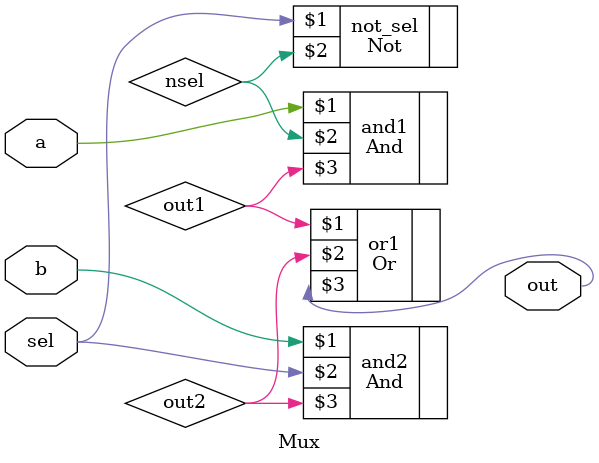
<source format=v>
`include "logic-gates/others.v"
module Mux (input a, b, sel, output out);
    wire nsel, out1, out2;
    Not not_sel(sel, nsel);
    And and1(a, nsel, out1);
    And and2(b, sel, out2);
    Or or1(out1, out2, out);
endmodule
</source>
